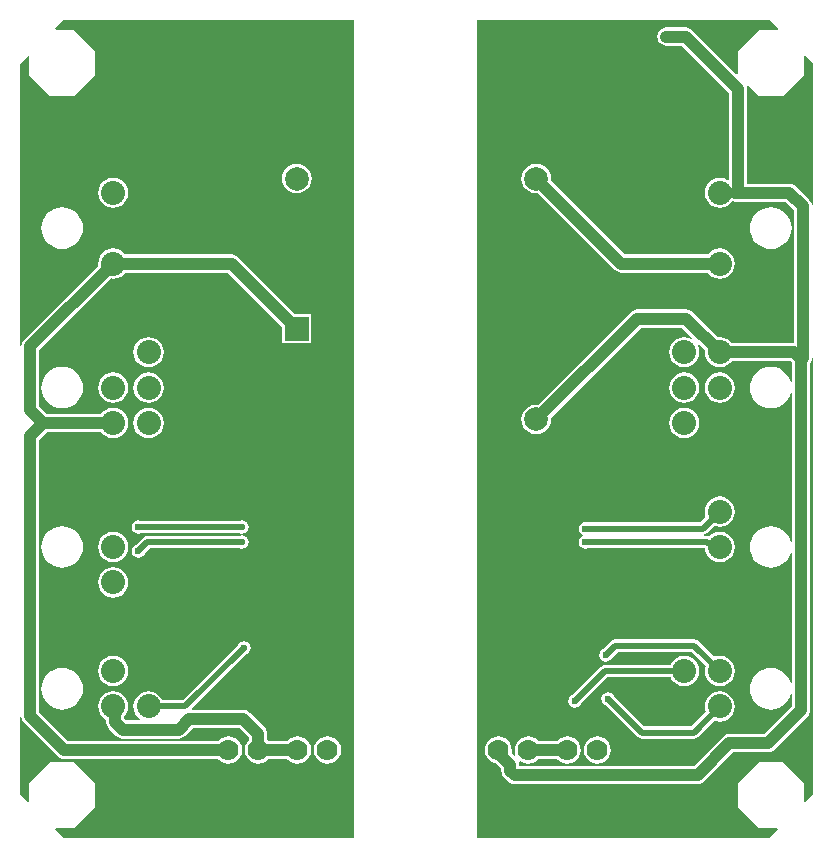
<source format=gbl>
G04*
G04 #@! TF.GenerationSoftware,Altium Limited,Altium Designer,20.1.12 (249)*
G04*
G04 Layer_Physical_Order=2*
G04 Layer_Color=16711680*
%FSLAX25Y25*%
%MOIN*%
G70*
G04*
G04 #@! TF.SameCoordinates,187957CB-44C1-49C2-83CB-A2E739709334*
G04*
G04*
G04 #@! TF.FilePolarity,Positive*
G04*
G01*
G75*
%ADD47C,0.02000*%
%ADD48C,0.04000*%
%ADD49C,0.07000*%
%ADD50C,0.07874*%
%ADD51R,0.07874X0.07874*%
%ADD52C,0.08000*%
%ADD53C,0.02362*%
G36*
X514282Y464218D02*
X514091Y463756D01*
X507811D01*
X500811Y456756D01*
Y452756D01*
Y449175D01*
X500311Y448968D01*
X485640Y463640D01*
X485013Y464120D01*
X484283Y464423D01*
X483500Y464526D01*
X477000D01*
X476217Y464423D01*
X475487Y464120D01*
X474860Y463640D01*
X474379Y463013D01*
X474077Y462283D01*
X473974Y461500D01*
X474077Y460717D01*
X474379Y459987D01*
X474860Y459360D01*
X475487Y458880D01*
X476217Y458577D01*
X477000Y458474D01*
X482247D01*
X497974Y442747D01*
Y413883D01*
X497526Y413662D01*
X497325Y413816D01*
X496108Y414320D01*
X494803Y414492D01*
X493498Y414320D01*
X492282Y413816D01*
X491237Y413015D01*
X490436Y411970D01*
X489932Y410754D01*
X489760Y409449D01*
X489932Y408144D01*
X490436Y406927D01*
X491237Y405883D01*
X492282Y405081D01*
X493498Y404577D01*
X494803Y404406D01*
X496108Y404577D01*
X497325Y405081D01*
X498369Y405883D01*
X498911Y406589D01*
X499063Y406526D01*
X499846Y406423D01*
X516798D01*
X519474Y403747D01*
Y359325D01*
X498792D01*
X498377Y359865D01*
X497333Y360667D01*
X496116Y361171D01*
X494811Y361342D01*
X494136Y361253D01*
X485750Y369640D01*
X485123Y370121D01*
X484393Y370423D01*
X483610Y370526D01*
X467303D01*
X466520Y370423D01*
X465790Y370121D01*
X465164Y369640D01*
X434280Y338756D01*
X433661Y338838D01*
X432373Y338668D01*
X431172Y338171D01*
X430140Y337379D01*
X429349Y336348D01*
X428852Y335147D01*
X428682Y333858D01*
X428852Y332570D01*
X429349Y331368D01*
X430140Y330337D01*
X431172Y329546D01*
X432373Y329048D01*
X433661Y328879D01*
X434950Y329048D01*
X436151Y329546D01*
X437183Y330337D01*
X437974Y331368D01*
X438471Y332570D01*
X438641Y333858D01*
X438560Y334477D01*
X468556Y364474D01*
X482357D01*
X485700Y361130D01*
X485417Y360707D01*
X484297Y361171D01*
X482992Y361342D01*
X481687Y361171D01*
X480471Y360667D01*
X479426Y359865D01*
X478625Y358821D01*
X478121Y357605D01*
X477949Y356299D01*
X478121Y354994D01*
X478625Y353778D01*
X479426Y352733D01*
X480471Y351932D01*
X481687Y351428D01*
X482992Y351256D01*
X484297Y351428D01*
X485514Y351932D01*
X486558Y352733D01*
X487360Y353778D01*
X487863Y354994D01*
X488035Y356299D01*
X487863Y357605D01*
X487400Y358724D01*
X487823Y359008D01*
X489857Y356974D01*
X489768Y356299D01*
X489940Y354994D01*
X490444Y353778D01*
X491245Y352733D01*
X492289Y351932D01*
X493506Y351428D01*
X494811Y351256D01*
X496116Y351428D01*
X497333Y351932D01*
X498377Y352733D01*
X498792Y353273D01*
X518403D01*
X518974Y352703D01*
Y346386D01*
X518474Y346312D01*
X518222Y347144D01*
X517581Y348343D01*
X516718Y349395D01*
X515666Y350258D01*
X514466Y350899D01*
X513165Y351294D01*
X511811Y351427D01*
X510457Y351294D01*
X509156Y350899D01*
X507956Y350258D01*
X506905Y349395D01*
X506041Y348343D01*
X505400Y347144D01*
X505005Y345842D01*
X504872Y344488D01*
X505005Y343134D01*
X505400Y341833D01*
X506041Y340633D01*
X506905Y339582D01*
X507956Y338719D01*
X509156Y338077D01*
X510457Y337683D01*
X511811Y337549D01*
X513165Y337683D01*
X514466Y338077D01*
X515666Y338719D01*
X516718Y339582D01*
X517581Y340633D01*
X518222Y341833D01*
X518474Y342665D01*
X518974Y342590D01*
Y293236D01*
X518474Y293162D01*
X518222Y293994D01*
X517581Y295194D01*
X516718Y296245D01*
X515666Y297108D01*
X514466Y297749D01*
X513165Y298144D01*
X511811Y298277D01*
X510457Y298144D01*
X509156Y297749D01*
X507956Y297108D01*
X506905Y296245D01*
X506041Y295194D01*
X505400Y293994D01*
X505005Y292692D01*
X504872Y291339D01*
X505005Y289985D01*
X505400Y288683D01*
X506041Y287484D01*
X506905Y286432D01*
X507956Y285569D01*
X509156Y284928D01*
X510457Y284533D01*
X511811Y284400D01*
X513165Y284533D01*
X514466Y284928D01*
X515666Y285569D01*
X516718Y286432D01*
X517581Y287484D01*
X518222Y288683D01*
X518474Y289515D01*
X518974Y289441D01*
Y245992D01*
X518474Y245918D01*
X518222Y246750D01*
X517581Y247950D01*
X516718Y249001D01*
X515666Y249864D01*
X514466Y250505D01*
X513165Y250900D01*
X511811Y251033D01*
X510457Y250900D01*
X509156Y250505D01*
X507956Y249864D01*
X506905Y249001D01*
X506041Y247950D01*
X505400Y246750D01*
X505005Y245448D01*
X504872Y244094D01*
X505005Y242741D01*
X505400Y241439D01*
X506041Y240239D01*
X506905Y239188D01*
X507956Y238325D01*
X509156Y237684D01*
X510457Y237289D01*
X511811Y237156D01*
X513165Y237289D01*
X514466Y237684D01*
X515666Y238325D01*
X516718Y239188D01*
X517581Y240239D01*
X518222Y241439D01*
X518474Y242271D01*
X518974Y242197D01*
Y238253D01*
X509747Y229026D01*
X498000D01*
X498000Y229026D01*
X497217Y228923D01*
X496487Y228621D01*
X495860Y228140D01*
X486171Y218450D01*
X428026D01*
Y218850D01*
X427923Y219633D01*
X427870Y219761D01*
X428280Y220076D01*
X428731Y219731D01*
X429825Y219277D01*
X431000Y219123D01*
X432175Y219277D01*
X433269Y219731D01*
X434209Y220452D01*
X434350Y220636D01*
X440650D01*
X440791Y220452D01*
X441731Y219731D01*
X442825Y219277D01*
X444000Y219123D01*
X445175Y219277D01*
X446269Y219731D01*
X447209Y220452D01*
X447931Y221392D01*
X448384Y222487D01*
X448539Y223661D01*
X448384Y224836D01*
X447931Y225931D01*
X447209Y226871D01*
X446269Y227592D01*
X445175Y228046D01*
X444000Y228200D01*
X442825Y228046D01*
X441731Y227592D01*
X440791Y226871D01*
X440650Y226687D01*
X434350D01*
X434209Y226871D01*
X433269Y227592D01*
X432175Y228046D01*
X431000Y228200D01*
X429825Y228046D01*
X428731Y227592D01*
X427791Y226871D01*
X427069Y225931D01*
X426616Y224836D01*
X426461Y223661D01*
X426616Y222487D01*
X426804Y222032D01*
X426380Y221748D01*
X425414Y222715D01*
X425539Y223661D01*
X425384Y224836D01*
X424931Y225931D01*
X424209Y226871D01*
X423269Y227592D01*
X422175Y228046D01*
X421000Y228200D01*
X419825Y228046D01*
X418731Y227592D01*
X417791Y226871D01*
X417069Y225931D01*
X416616Y224836D01*
X416461Y223661D01*
X416616Y222487D01*
X417069Y221392D01*
X417791Y220452D01*
X418731Y219731D01*
X419825Y219277D01*
X420364Y219206D01*
X421974Y217596D01*
Y216843D01*
X422077Y216060D01*
X422379Y215330D01*
X422860Y214703D01*
X424279Y213285D01*
X424279Y213285D01*
X424906Y212804D01*
X425636Y212502D01*
X426419Y212399D01*
X426419Y212399D01*
X487424D01*
X488207Y212502D01*
X488937Y212804D01*
X489564Y213285D01*
X499253Y222974D01*
X511000D01*
X511783Y223077D01*
X512513Y223379D01*
X513140Y223860D01*
X524140Y234860D01*
X524620Y235487D01*
X524923Y236217D01*
X525026Y237000D01*
Y352820D01*
X525120Y352943D01*
X525423Y353673D01*
X525500Y354259D01*
X526000Y354227D01*
Y209000D01*
X523273Y206273D01*
X522811Y206464D01*
Y208661D01*
Y212661D01*
X515811Y219661D01*
X507811D01*
X500811Y212661D01*
Y208661D01*
Y204661D01*
X507811Y197661D01*
X514008D01*
X514199Y197199D01*
X511500Y194500D01*
X414000D01*
Y467000D01*
X511500D01*
X514282Y464218D01*
D02*
G37*
G36*
X526000Y452500D02*
Y405229D01*
X525500Y405197D01*
X525423Y405783D01*
X525120Y406513D01*
X524640Y407140D01*
X520191Y411588D01*
X519564Y412069D01*
X518834Y412372D01*
X518051Y412475D01*
X504026D01*
Y444000D01*
X504026Y444000D01*
X503923Y444783D01*
X503814Y445046D01*
X504238Y445329D01*
X507811Y441756D01*
X515811D01*
X522811Y448756D01*
Y452756D01*
Y455036D01*
X523273Y455227D01*
X526000Y452500D01*
D02*
G37*
G36*
X373000Y194500D02*
X276000D01*
X273301Y197199D01*
X273492Y197661D01*
X279591D01*
X286591Y204661D01*
Y208661D01*
Y212661D01*
X279591Y219661D01*
X271590D01*
X264591Y212661D01*
Y208661D01*
Y206563D01*
X264129Y206371D01*
X261500Y209000D01*
Y234771D01*
X262000Y234803D01*
X262077Y234217D01*
X262380Y233487D01*
X262860Y232860D01*
X274183Y221537D01*
X274810Y221057D01*
X275540Y220754D01*
X276323Y220651D01*
X327665D01*
X327806Y220468D01*
X328746Y219746D01*
X329841Y219293D01*
X331016Y219138D01*
X332190Y219293D01*
X333285Y219746D01*
X334225Y220468D01*
X334946Y221408D01*
X335400Y222502D01*
X335555Y223677D01*
X335400Y224852D01*
X334946Y225947D01*
X334225Y226887D01*
X333285Y227608D01*
X332190Y228061D01*
X331016Y228216D01*
X329841Y228061D01*
X328746Y227608D01*
X327806Y226887D01*
X327665Y226703D01*
X277576D01*
X268026Y236253D01*
Y327101D01*
X270576Y329651D01*
X288610D01*
X289024Y329111D01*
X290069Y328310D01*
X291285Y327806D01*
X292590Y327634D01*
X293896Y327806D01*
X295112Y328310D01*
X296157Y329111D01*
X296958Y330156D01*
X297462Y331372D01*
X297634Y332677D01*
X297462Y333982D01*
X296958Y335199D01*
X296157Y336243D01*
X295112Y337045D01*
X293896Y337548D01*
X292590Y337720D01*
X291285Y337548D01*
X290069Y337045D01*
X289024Y336243D01*
X288610Y335703D01*
X270576D01*
X268026Y338253D01*
Y356975D01*
X291923Y380873D01*
X292598Y380784D01*
X293904Y380956D01*
X295120Y381459D01*
X296164Y382261D01*
X296579Y382801D01*
X330833D01*
X348803Y364831D01*
Y359236D01*
X358677D01*
Y369110D01*
X353082D01*
X334226Y387966D01*
X333600Y388447D01*
X332870Y388750D01*
X332087Y388853D01*
X296579D01*
X296164Y389393D01*
X295120Y390194D01*
X293904Y390698D01*
X292598Y390870D01*
X291293Y390698D01*
X290077Y390194D01*
X289032Y389393D01*
X288231Y388348D01*
X287727Y387132D01*
X287555Y385827D01*
X287644Y385152D01*
X262860Y360368D01*
X262380Y359741D01*
X262077Y359012D01*
X262000Y358425D01*
X261500Y358458D01*
Y452500D01*
X264129Y455129D01*
X264591Y454937D01*
Y452756D01*
Y448756D01*
X271590Y441756D01*
X279591D01*
X286591Y448756D01*
Y452756D01*
Y456756D01*
X279591Y463756D01*
X273409D01*
X273218Y464218D01*
X276000Y467000D01*
X373000D01*
Y194500D01*
D02*
G37*
%LPC*%
G36*
X511811Y404577D02*
X510457Y404443D01*
X509156Y404048D01*
X507956Y403407D01*
X506905Y402544D01*
X506041Y401493D01*
X505400Y400293D01*
X505005Y398991D01*
X504872Y397638D01*
X505005Y396284D01*
X505400Y394982D01*
X506041Y393783D01*
X506905Y392731D01*
X507956Y391868D01*
X509156Y391227D01*
X510457Y390832D01*
X511811Y390699D01*
X513165Y390832D01*
X514466Y391227D01*
X515666Y391868D01*
X516718Y392731D01*
X517581Y393783D01*
X518222Y394982D01*
X518617Y396284D01*
X518750Y397638D01*
X518617Y398991D01*
X518222Y400293D01*
X517581Y401493D01*
X516718Y402544D01*
X515666Y403407D01*
X514466Y404048D01*
X513165Y404443D01*
X511811Y404577D01*
D02*
G37*
G36*
X433661Y419153D02*
X432373Y418983D01*
X431172Y418486D01*
X430140Y417694D01*
X429349Y416663D01*
X428852Y415462D01*
X428682Y414173D01*
X428852Y412884D01*
X429349Y411683D01*
X430140Y410652D01*
X431172Y409861D01*
X432373Y409363D01*
X433661Y409194D01*
X434280Y409275D01*
X459868Y383687D01*
X459868Y383687D01*
X460495Y383206D01*
X461225Y382904D01*
X462008Y382801D01*
X490823D01*
X491237Y382261D01*
X492282Y381459D01*
X493498Y380956D01*
X494803Y380784D01*
X496108Y380956D01*
X497325Y381459D01*
X498369Y382261D01*
X499171Y383305D01*
X499674Y384522D01*
X499846Y385827D01*
X499674Y387132D01*
X499171Y388348D01*
X498369Y389393D01*
X497325Y390194D01*
X496108Y390698D01*
X494803Y390870D01*
X493498Y390698D01*
X492282Y390194D01*
X491237Y389393D01*
X490823Y388853D01*
X463261D01*
X438560Y413554D01*
X438641Y414173D01*
X438471Y415462D01*
X437974Y416663D01*
X437183Y417694D01*
X436151Y418486D01*
X434950Y418983D01*
X433661Y419153D01*
D02*
G37*
G36*
X494811Y349531D02*
X493506Y349359D01*
X492289Y348856D01*
X491245Y348054D01*
X490444Y347010D01*
X489940Y345793D01*
X489768Y344488D01*
X489940Y343183D01*
X490444Y341967D01*
X491245Y340922D01*
X492289Y340121D01*
X493506Y339617D01*
X494811Y339445D01*
X496116Y339617D01*
X497333Y340121D01*
X498377Y340922D01*
X499179Y341967D01*
X499682Y343183D01*
X499854Y344488D01*
X499682Y345793D01*
X499179Y347010D01*
X498377Y348054D01*
X497333Y348856D01*
X496116Y349359D01*
X494811Y349531D01*
D02*
G37*
G36*
X482992D02*
X481687Y349359D01*
X480471Y348856D01*
X479426Y348054D01*
X478625Y347010D01*
X478121Y345793D01*
X477949Y344488D01*
X478121Y343183D01*
X478625Y341967D01*
X479426Y340922D01*
X480471Y340121D01*
X481687Y339617D01*
X482992Y339445D01*
X484297Y339617D01*
X485514Y340121D01*
X486558Y340922D01*
X487360Y341967D01*
X487863Y343183D01*
X488035Y344488D01*
X487863Y345793D01*
X487360Y347010D01*
X486558Y348054D01*
X485514Y348856D01*
X484297Y349359D01*
X482992Y349531D01*
D02*
G37*
G36*
Y337720D02*
X481687Y337548D01*
X480471Y337045D01*
X479426Y336243D01*
X478625Y335199D01*
X478121Y333982D01*
X477949Y332677D01*
X478121Y331372D01*
X478625Y330156D01*
X479426Y329111D01*
X480471Y328310D01*
X481687Y327806D01*
X482992Y327634D01*
X484297Y327806D01*
X485514Y328310D01*
X486558Y329111D01*
X487360Y330156D01*
X487863Y331372D01*
X488035Y332677D01*
X487863Y333982D01*
X487360Y335199D01*
X486558Y336243D01*
X485514Y337045D01*
X484297Y337548D01*
X482992Y337720D01*
D02*
G37*
G36*
X494803Y308193D02*
X493498Y308021D01*
X492282Y307517D01*
X491237Y306716D01*
X490436Y305671D01*
X489932Y304455D01*
X489760Y303150D01*
X489932Y301844D01*
X490132Y301362D01*
X488309Y299539D01*
X450874D01*
X450851Y299555D01*
X450000Y299724D01*
X449149Y299555D01*
X448427Y299073D01*
X447945Y298351D01*
X447776Y297500D01*
X447945Y296649D01*
X448427Y295928D01*
X449026Y295528D01*
X449057Y295409D01*
Y295091D01*
X449026Y294972D01*
X448427Y294572D01*
X447945Y293851D01*
X447776Y293000D01*
X447945Y292149D01*
X448427Y291427D01*
X449149Y290945D01*
X450000Y290776D01*
X450851Y290945D01*
X450874Y290961D01*
X489810D01*
X489932Y290033D01*
X490436Y288817D01*
X491237Y287772D01*
X492282Y286971D01*
X493498Y286467D01*
X494803Y286295D01*
X496108Y286467D01*
X497325Y286971D01*
X498369Y287772D01*
X499171Y288817D01*
X499674Y290033D01*
X499846Y291339D01*
X499674Y292644D01*
X499171Y293860D01*
X498369Y294905D01*
X497325Y295706D01*
X496108Y296210D01*
X494803Y296382D01*
X493498Y296210D01*
X492282Y295706D01*
X491252Y294916D01*
X490632Y295039D01*
X489597D01*
X489547Y295539D01*
X489934Y295616D01*
X490595Y296058D01*
X493015Y298478D01*
X493498Y298278D01*
X494803Y298107D01*
X496108Y298278D01*
X497325Y298782D01*
X498369Y299584D01*
X499171Y300628D01*
X499674Y301844D01*
X499846Y303150D01*
X499674Y304455D01*
X499171Y305671D01*
X498369Y306716D01*
X497325Y307517D01*
X496108Y308021D01*
X494803Y308193D01*
D02*
G37*
G36*
X482992Y255043D02*
X481687Y254871D01*
X480471Y254367D01*
X479426Y253566D01*
X478625Y252522D01*
X478425Y252039D01*
X456500D01*
X456500Y252039D01*
X455720Y251884D01*
X455058Y251442D01*
X455058Y251442D01*
X445676Y242060D01*
X445649Y242055D01*
X444928Y241572D01*
X444445Y240851D01*
X444276Y240000D01*
X444445Y239149D01*
X444928Y238427D01*
X445649Y237945D01*
X446500Y237776D01*
X447351Y237945D01*
X448072Y238427D01*
X448555Y239149D01*
X448560Y239176D01*
X457345Y247961D01*
X478425D01*
X478625Y247478D01*
X479426Y246434D01*
X480471Y245633D01*
X481687Y245129D01*
X482992Y244957D01*
X484297Y245129D01*
X485514Y245633D01*
X486558Y246434D01*
X487360Y247478D01*
X487863Y248695D01*
X488035Y250000D01*
X487863Y251305D01*
X487360Y252522D01*
X486558Y253566D01*
X485514Y254367D01*
X484297Y254871D01*
X482992Y255043D01*
D02*
G37*
G36*
X486311Y260539D02*
X460000D01*
X459220Y260384D01*
X458558Y259942D01*
X455988Y257372D01*
X455961Y257366D01*
X455239Y256884D01*
X454757Y256163D01*
X454588Y255312D01*
X454757Y254461D01*
X455239Y253739D01*
X455961Y253257D01*
X456812Y253088D01*
X457663Y253257D01*
X458384Y253739D01*
X458866Y254461D01*
X458872Y254488D01*
X460845Y256461D01*
X485466D01*
X490139Y251788D01*
X489940Y251305D01*
X489768Y250000D01*
X489940Y248695D01*
X490444Y247478D01*
X491245Y246434D01*
X492289Y245633D01*
X493506Y245129D01*
X494811Y244957D01*
X496116Y245129D01*
X497333Y245633D01*
X498377Y246434D01*
X499179Y247478D01*
X499682Y248695D01*
X499854Y250000D01*
X499682Y251305D01*
X499179Y252522D01*
X498377Y253566D01*
X497333Y254367D01*
X496116Y254871D01*
X494811Y255043D01*
X493506Y254871D01*
X493023Y254672D01*
X487753Y259942D01*
X487091Y260384D01*
X486311Y260539D01*
D02*
G37*
G36*
X494811Y243232D02*
X493506Y243060D01*
X492289Y242557D01*
X491245Y241755D01*
X490444Y240711D01*
X489940Y239494D01*
X489768Y238189D01*
X489940Y236884D01*
X490139Y236401D01*
X485277Y231539D01*
X469683D01*
X459665Y241558D01*
X459659Y241585D01*
X459177Y242306D01*
X458456Y242788D01*
X457605Y242958D01*
X456754Y242788D01*
X456032Y242306D01*
X455550Y241585D01*
X455381Y240734D01*
X455550Y239883D01*
X456032Y239161D01*
X456754Y238679D01*
X456781Y238674D01*
X467397Y228058D01*
X468058Y227616D01*
X468839Y227461D01*
X486122D01*
X486902Y227616D01*
X487564Y228058D01*
X493023Y233518D01*
X493506Y233318D01*
X494811Y233146D01*
X496116Y233318D01*
X497333Y233822D01*
X498377Y234623D01*
X499179Y235667D01*
X499682Y236884D01*
X499854Y238189D01*
X499682Y239494D01*
X499179Y240711D01*
X498377Y241755D01*
X497333Y242557D01*
X496116Y243060D01*
X494811Y243232D01*
D02*
G37*
G36*
X454000Y228200D02*
X452825Y228046D01*
X451731Y227592D01*
X450791Y226871D01*
X450069Y225931D01*
X449616Y224836D01*
X449461Y223661D01*
X449616Y222487D01*
X450069Y221392D01*
X450791Y220452D01*
X451731Y219731D01*
X452825Y219277D01*
X454000Y219123D01*
X455175Y219277D01*
X456269Y219731D01*
X457209Y220452D01*
X457931Y221392D01*
X458384Y222487D01*
X458539Y223661D01*
X458384Y224836D01*
X457931Y225931D01*
X457209Y226871D01*
X456269Y227592D01*
X455175Y228046D01*
X454000Y228200D01*
D02*
G37*
G36*
X353740Y419153D02*
X352451Y418983D01*
X351250Y418486D01*
X350219Y417694D01*
X349428Y416663D01*
X348930Y415462D01*
X348761Y414173D01*
X348930Y412884D01*
X349428Y411683D01*
X350219Y410652D01*
X351250Y409861D01*
X352451Y409363D01*
X353740Y409194D01*
X355029Y409363D01*
X356230Y409861D01*
X357261Y410652D01*
X358053Y411683D01*
X358550Y412884D01*
X358720Y414173D01*
X358550Y415462D01*
X358053Y416663D01*
X357261Y417694D01*
X356230Y418486D01*
X355029Y418983D01*
X353740Y419153D01*
D02*
G37*
G36*
X292598Y414492D02*
X291293Y414320D01*
X290077Y413816D01*
X289032Y413015D01*
X288231Y411970D01*
X287727Y410754D01*
X287555Y409449D01*
X287727Y408144D01*
X288231Y406927D01*
X289032Y405883D01*
X290077Y405081D01*
X291293Y404577D01*
X292598Y404406D01*
X293904Y404577D01*
X295120Y405081D01*
X296164Y405883D01*
X296966Y406927D01*
X297470Y408144D01*
X297642Y409449D01*
X297470Y410754D01*
X296966Y411970D01*
X296164Y413015D01*
X295120Y413816D01*
X293904Y414320D01*
X292598Y414492D01*
D02*
G37*
G36*
X275590Y404577D02*
X274237Y404443D01*
X272935Y404048D01*
X271736Y403407D01*
X270684Y402544D01*
X269821Y401493D01*
X269180Y400293D01*
X268785Y398991D01*
X268652Y397638D01*
X268785Y396284D01*
X269180Y394982D01*
X269821Y393783D01*
X270684Y392731D01*
X271736Y391868D01*
X272935Y391227D01*
X274237Y390832D01*
X275590Y390699D01*
X276944Y390832D01*
X278246Y391227D01*
X279446Y391868D01*
X280497Y392731D01*
X281360Y393783D01*
X282001Y394982D01*
X282396Y396284D01*
X282529Y397638D01*
X282396Y398991D01*
X282001Y400293D01*
X281360Y401493D01*
X280497Y402544D01*
X279446Y403407D01*
X278246Y404048D01*
X276944Y404443D01*
X275590Y404577D01*
D02*
G37*
G36*
X304410Y361342D02*
X303104Y361171D01*
X301888Y360667D01*
X300843Y359865D01*
X300042Y358821D01*
X299538Y357605D01*
X299366Y356299D01*
X299538Y354994D01*
X300042Y353778D01*
X300843Y352733D01*
X301888Y351932D01*
X303104Y351428D01*
X304410Y351256D01*
X305715Y351428D01*
X306931Y351932D01*
X307976Y352733D01*
X308777Y353778D01*
X309281Y354994D01*
X309453Y356299D01*
X309281Y357605D01*
X308777Y358821D01*
X307976Y359865D01*
X306931Y360667D01*
X305715Y361171D01*
X304410Y361342D01*
D02*
G37*
G36*
Y349531D02*
X303104Y349359D01*
X301888Y348856D01*
X300843Y348054D01*
X300042Y347010D01*
X299538Y345793D01*
X299366Y344488D01*
X299538Y343183D01*
X300042Y341967D01*
X300843Y340922D01*
X301888Y340121D01*
X303104Y339617D01*
X304410Y339445D01*
X305715Y339617D01*
X306931Y340121D01*
X307976Y340922D01*
X308777Y341967D01*
X309281Y343183D01*
X309453Y344488D01*
X309281Y345793D01*
X308777Y347010D01*
X307976Y348054D01*
X306931Y348856D01*
X305715Y349359D01*
X304410Y349531D01*
D02*
G37*
G36*
X292590D02*
X291285Y349359D01*
X290069Y348856D01*
X289024Y348054D01*
X288223Y347010D01*
X287719Y345793D01*
X287547Y344488D01*
X287719Y343183D01*
X288223Y341967D01*
X289024Y340922D01*
X290069Y340121D01*
X291285Y339617D01*
X292590Y339445D01*
X293896Y339617D01*
X295112Y340121D01*
X296157Y340922D01*
X296958Y341967D01*
X297462Y343183D01*
X297634Y344488D01*
X297462Y345793D01*
X296958Y347010D01*
X296157Y348054D01*
X295112Y348856D01*
X293896Y349359D01*
X292590Y349531D01*
D02*
G37*
G36*
X275590Y351427D02*
X274237Y351294D01*
X272935Y350899D01*
X271736Y350258D01*
X270684Y349395D01*
X269821Y348343D01*
X269180Y347144D01*
X268785Y345842D01*
X268652Y344488D01*
X268785Y343134D01*
X269180Y341833D01*
X269821Y340633D01*
X270684Y339582D01*
X271736Y338719D01*
X272935Y338077D01*
X274237Y337683D01*
X275590Y337549D01*
X276944Y337683D01*
X278246Y338077D01*
X279446Y338719D01*
X280497Y339582D01*
X281360Y340633D01*
X282001Y341833D01*
X282396Y343134D01*
X282529Y344488D01*
X282396Y345842D01*
X282001Y347144D01*
X281360Y348343D01*
X280497Y349395D01*
X279446Y350258D01*
X278246Y350899D01*
X276944Y351294D01*
X275590Y351427D01*
D02*
G37*
G36*
X304410Y337720D02*
X303104Y337548D01*
X301888Y337045D01*
X300843Y336243D01*
X300042Y335199D01*
X299538Y333982D01*
X299366Y332677D01*
X299538Y331372D01*
X300042Y330156D01*
X300843Y329111D01*
X301888Y328310D01*
X303104Y327806D01*
X304410Y327634D01*
X305715Y327806D01*
X306931Y328310D01*
X307976Y329111D01*
X308777Y330156D01*
X309281Y331372D01*
X309453Y332677D01*
X309281Y333982D01*
X308777Y335199D01*
X307976Y336243D01*
X306931Y337045D01*
X305715Y337548D01*
X304410Y337720D01*
D02*
G37*
G36*
X335500Y300224D02*
X334649Y300055D01*
X334626Y300039D01*
X301874D01*
X301851Y300055D01*
X301000Y300224D01*
X300149Y300055D01*
X299428Y299572D01*
X298945Y298851D01*
X298776Y298000D01*
X298945Y297149D01*
X299428Y296427D01*
X300149Y295945D01*
X301000Y295776D01*
X301851Y295945D01*
X301874Y295961D01*
X334626D01*
X334649Y295945D01*
X335500Y295776D01*
X336351Y295945D01*
X337072Y296427D01*
X337555Y297149D01*
X337724Y298000D01*
X337555Y298851D01*
X337072Y299572D01*
X336351Y300055D01*
X335500Y300224D01*
D02*
G37*
G36*
Y295224D02*
X334649Y295055D01*
X334626Y295039D01*
X304000D01*
X303220Y294884D01*
X302558Y294442D01*
X300176Y292060D01*
X300149Y292055D01*
X299428Y291572D01*
X298945Y290851D01*
X298776Y290000D01*
X298945Y289149D01*
X299428Y288427D01*
X300149Y287945D01*
X301000Y287776D01*
X301851Y287945D01*
X302572Y288427D01*
X303055Y289149D01*
X303060Y289176D01*
X304845Y290961D01*
X334626D01*
X334649Y290945D01*
X335500Y290776D01*
X336351Y290945D01*
X337072Y291427D01*
X337555Y292149D01*
X337724Y293000D01*
X337555Y293851D01*
X337072Y294572D01*
X336351Y295055D01*
X335500Y295224D01*
D02*
G37*
G36*
X292598Y296382D02*
X291293Y296210D01*
X290077Y295706D01*
X289032Y294905D01*
X288231Y293860D01*
X287727Y292644D01*
X287555Y291339D01*
X287727Y290033D01*
X288231Y288817D01*
X289032Y287772D01*
X290077Y286971D01*
X291293Y286467D01*
X292598Y286295D01*
X293904Y286467D01*
X295120Y286971D01*
X296164Y287772D01*
X296966Y288817D01*
X297470Y290033D01*
X297642Y291339D01*
X297470Y292644D01*
X296966Y293860D01*
X296164Y294905D01*
X295120Y295706D01*
X293904Y296210D01*
X292598Y296382D01*
D02*
G37*
G36*
X275590Y298277D02*
X274237Y298144D01*
X272935Y297749D01*
X271736Y297108D01*
X270684Y296245D01*
X269821Y295194D01*
X269180Y293994D01*
X268785Y292692D01*
X268652Y291339D01*
X268785Y289985D01*
X269180Y288683D01*
X269821Y287484D01*
X270684Y286432D01*
X271736Y285569D01*
X272935Y284928D01*
X274237Y284533D01*
X275590Y284400D01*
X276944Y284533D01*
X278246Y284928D01*
X279446Y285569D01*
X280497Y286432D01*
X281360Y287484D01*
X282001Y288683D01*
X282396Y289985D01*
X282529Y291339D01*
X282396Y292692D01*
X282001Y293994D01*
X281360Y295194D01*
X280497Y296245D01*
X279446Y297108D01*
X278246Y297749D01*
X276944Y298144D01*
X275590Y298277D01*
D02*
G37*
G36*
X292598Y284571D02*
X291293Y284399D01*
X290077Y283895D01*
X289032Y283094D01*
X288231Y282049D01*
X287727Y280833D01*
X287555Y279528D01*
X287727Y278222D01*
X288231Y277006D01*
X289032Y275961D01*
X290077Y275160D01*
X291293Y274656D01*
X292598Y274484D01*
X293904Y274656D01*
X295120Y275160D01*
X296164Y275961D01*
X296966Y277006D01*
X297470Y278222D01*
X297642Y279528D01*
X297470Y280833D01*
X296966Y282049D01*
X296164Y283094D01*
X295120Y283895D01*
X293904Y284399D01*
X292598Y284571D01*
D02*
G37*
G36*
X292590Y255043D02*
X291285Y254871D01*
X290069Y254367D01*
X289024Y253566D01*
X288223Y252522D01*
X287719Y251305D01*
X287547Y250000D01*
X287719Y248695D01*
X288223Y247478D01*
X289024Y246434D01*
X290069Y245633D01*
X291285Y245129D01*
X292590Y244957D01*
X293896Y245129D01*
X295112Y245633D01*
X296157Y246434D01*
X296958Y247478D01*
X297462Y248695D01*
X297634Y250000D01*
X297462Y251305D01*
X296958Y252522D01*
X296157Y253566D01*
X295112Y254367D01*
X293896Y254871D01*
X292590Y255043D01*
D02*
G37*
G36*
X336211Y259979D02*
X335361Y259809D01*
X334639Y259327D01*
X334157Y258606D01*
X334152Y258579D01*
X315801Y240228D01*
X308977D01*
X308777Y240711D01*
X307976Y241755D01*
X306931Y242557D01*
X305715Y243060D01*
X304410Y243232D01*
X303104Y243060D01*
X301888Y242557D01*
X300843Y241755D01*
X300042Y240711D01*
X299538Y239494D01*
X299366Y238189D01*
X299538Y236884D01*
X300042Y235667D01*
X300843Y234623D01*
X301622Y234026D01*
X301452Y233526D01*
X296983D01*
X296382Y234127D01*
Y234916D01*
X296958Y235667D01*
X297462Y236884D01*
X297634Y238189D01*
X297462Y239494D01*
X296958Y240711D01*
X296157Y241755D01*
X295112Y242557D01*
X293896Y243060D01*
X292590Y243232D01*
X291285Y243060D01*
X290069Y242557D01*
X289024Y241755D01*
X288223Y240711D01*
X287719Y239494D01*
X287547Y238189D01*
X287719Y236884D01*
X288223Y235667D01*
X289024Y234623D01*
X290069Y233822D01*
X290330Y233713D01*
Y232874D01*
X290433Y232091D01*
X290735Y231361D01*
X291216Y230734D01*
X293590Y228360D01*
X293590Y228360D01*
X294217Y227880D01*
X294947Y227577D01*
X295730Y227474D01*
X295730Y227474D01*
X314500D01*
X315283Y227577D01*
X316013Y227880D01*
X316640Y228360D01*
X319253Y230974D01*
X334747D01*
X337926Y227795D01*
Y226978D01*
X337806Y226887D01*
X337085Y225947D01*
X336632Y224852D01*
X336477Y223677D01*
X336632Y222502D01*
X337085Y221408D01*
X337806Y220468D01*
X338746Y219746D01*
X339841Y219293D01*
X341016Y219138D01*
X342191Y219293D01*
X343285Y219746D01*
X344225Y220468D01*
X344366Y220651D01*
X350665D01*
X350806Y220468D01*
X351746Y219746D01*
X352841Y219293D01*
X354016Y219138D01*
X355190Y219293D01*
X356285Y219746D01*
X357225Y220468D01*
X357946Y221408D01*
X358400Y222502D01*
X358555Y223677D01*
X358400Y224852D01*
X357946Y225947D01*
X357225Y226887D01*
X356285Y227608D01*
X355190Y228061D01*
X354016Y228216D01*
X352841Y228061D01*
X351746Y227608D01*
X350806Y226887D01*
X350665Y226703D01*
X344366D01*
X344225Y226887D01*
X343978Y227077D01*
Y229048D01*
X343875Y229831D01*
X343572Y230561D01*
X343091Y231188D01*
X343091Y231188D01*
X338140Y236140D01*
X337513Y236620D01*
X336783Y236923D01*
X336000Y237026D01*
X319020D01*
X318828Y237488D01*
X337035Y255695D01*
X337063Y255700D01*
X337784Y256182D01*
X338266Y256904D01*
X338435Y257755D01*
X338266Y258606D01*
X337784Y259327D01*
X337063Y259809D01*
X336211Y259979D01*
D02*
G37*
G36*
X275590Y251033D02*
X274237Y250900D01*
X272935Y250505D01*
X271736Y249864D01*
X270684Y249001D01*
X269821Y247950D01*
X269180Y246750D01*
X268785Y245448D01*
X268652Y244094D01*
X268785Y242741D01*
X269180Y241439D01*
X269821Y240239D01*
X270684Y239188D01*
X271736Y238325D01*
X272935Y237684D01*
X274237Y237289D01*
X275590Y237156D01*
X276944Y237289D01*
X278246Y237684D01*
X279446Y238325D01*
X280497Y239188D01*
X281360Y240239D01*
X282001Y241439D01*
X282396Y242741D01*
X282529Y244094D01*
X282396Y245448D01*
X282001Y246750D01*
X281360Y247950D01*
X280497Y249001D01*
X279446Y249864D01*
X278246Y250505D01*
X276944Y250900D01*
X275590Y251033D01*
D02*
G37*
G36*
X364016Y228216D02*
X362841Y228061D01*
X361746Y227608D01*
X360806Y226887D01*
X360085Y225947D01*
X359632Y224852D01*
X359477Y223677D01*
X359632Y222502D01*
X360085Y221408D01*
X360806Y220468D01*
X361746Y219746D01*
X362841Y219293D01*
X364016Y219138D01*
X365191Y219293D01*
X366285Y219746D01*
X367225Y220468D01*
X367947Y221408D01*
X368400Y222502D01*
X368555Y223677D01*
X368400Y224852D01*
X367947Y225947D01*
X367225Y226887D01*
X366285Y227608D01*
X365191Y228061D01*
X364016Y228216D01*
D02*
G37*
%LPD*%
D47*
X489153Y297500D02*
X494803Y303150D01*
X491145Y292487D02*
X493655D01*
X450000Y297500D02*
X489153D01*
X493655Y292487D02*
X494803Y291339D01*
X450000Y293000D02*
X490632D01*
X491145Y292487D01*
X456812Y255312D02*
X460000Y258500D01*
X486311D01*
X494811Y250000D01*
X457605Y240734D02*
X468839Y229500D01*
X486122D02*
X494811Y238189D01*
X468839Y229500D02*
X486122D01*
X456500Y250000D02*
X482992D01*
X446500Y240000D02*
X456500Y250000D01*
X506988Y415117D02*
Y423988D01*
X520500Y437500D01*
X316646Y238189D02*
X336211Y257755D01*
X304410Y238189D02*
X316646D01*
X304000Y293000D02*
X335500D01*
X301000Y290000D02*
X304000Y293000D01*
X301000Y298000D02*
X335500D01*
D48*
X433661Y414173D02*
X462008Y385827D01*
X494803D01*
X483610Y367500D02*
X494811Y356299D01*
X467303Y367500D02*
X483610D01*
X433661Y333858D02*
X467303Y367500D01*
X480000Y461500D02*
X483500D01*
X477000D02*
X480000D01*
X499846Y409449D02*
X518051D01*
X501000Y410603D02*
Y444000D01*
X499846Y409449D02*
X501000Y410603D01*
X483500Y461500D02*
X501000Y444000D01*
X522500Y354456D02*
Y405000D01*
X522000Y353956D02*
X522500Y354456D01*
X518051Y409449D02*
X522500Y405000D01*
X494811Y356299D02*
X519657D01*
X522000Y353956D01*
X511000Y226000D02*
X522000Y237000D01*
Y353956D01*
X487424Y215424D02*
X498000Y226000D01*
X511000D01*
X425000Y216843D02*
Y218850D01*
Y216843D02*
X426419Y215424D01*
X487424D01*
X421000Y222850D02*
Y223661D01*
Y222850D02*
X425000Y218850D01*
X431000Y223661D02*
X444000D01*
X341016Y223677D02*
X354016D01*
X340581D02*
X341016D01*
X314500Y230500D02*
X318000Y234000D01*
X295730Y230500D02*
X314500D01*
X292590Y238189D02*
X293356Y237424D01*
Y232874D02*
Y237424D01*
Y232874D02*
X295730Y230500D01*
X276323Y223677D02*
X331016D01*
X265000Y235000D02*
X276323Y223677D01*
X318000Y234000D02*
X336000D01*
X340952Y223741D02*
X341016Y223677D01*
X340952Y223741D02*
Y229048D01*
X336000Y234000D02*
X340952Y229048D01*
X265000Y235000D02*
Y328354D01*
X269323Y332677D01*
X265000Y358228D02*
X292598Y385827D01*
X265000Y337000D02*
Y358228D01*
X269323Y332677D02*
X292590D01*
X265000Y337000D02*
X269323Y332677D01*
X332087Y385827D02*
X353740Y364173D01*
X292598Y385827D02*
X332087D01*
D49*
X354016Y223677D02*
D03*
X364016D02*
D03*
X341016D02*
D03*
X331016D02*
D03*
X444000Y223661D02*
D03*
X454000D02*
D03*
X431000D02*
D03*
X421000D02*
D03*
D50*
X353740Y414173D02*
D03*
X433661D02*
D03*
Y374016D02*
D03*
Y333858D02*
D03*
X353740Y384252D02*
D03*
D51*
Y364173D02*
D03*
D52*
X292598Y279528D02*
D03*
Y291339D02*
D03*
Y303150D02*
D03*
X292590Y356299D02*
D03*
X304410D02*
D03*
Y344488D02*
D03*
Y332677D02*
D03*
X292590Y344488D02*
D03*
Y332677D02*
D03*
X494803Y385827D02*
D03*
Y397638D02*
D03*
Y409449D02*
D03*
X292598D02*
D03*
Y397638D02*
D03*
Y385827D02*
D03*
X494811Y356299D02*
D03*
Y344488D02*
D03*
X482992Y356299D02*
D03*
Y344488D02*
D03*
Y332677D02*
D03*
X494811D02*
D03*
X494803Y279528D02*
D03*
Y291339D02*
D03*
Y303150D02*
D03*
X494811Y250000D02*
D03*
Y238189D02*
D03*
X482992Y250000D02*
D03*
Y238189D02*
D03*
X292590D02*
D03*
Y250000D02*
D03*
X304410Y238189D02*
D03*
Y250000D02*
D03*
D53*
X469500Y302000D02*
D03*
X315500Y303000D02*
D03*
X420000Y464000D02*
D03*
Y452000D02*
D03*
X456812Y255312D02*
D03*
X457605Y240734D02*
D03*
X446500Y240000D02*
D03*
X416876Y266376D02*
D03*
X428783Y255376D02*
D03*
X425281Y240932D02*
D03*
X506988Y415117D02*
D03*
X480000Y461500D02*
D03*
X477000D02*
D03*
X420000Y437000D02*
D03*
X447000Y426500D02*
D03*
X495500Y440500D02*
D03*
X520500Y437500D02*
D03*
X481875Y456019D02*
D03*
X450000Y293000D02*
D03*
Y297500D02*
D03*
X426500Y317000D02*
D03*
X449000Y302500D02*
D03*
X428000Y298000D02*
D03*
X356697Y243803D02*
D03*
X336211Y257755D02*
D03*
X361500Y253000D02*
D03*
X359000Y263000D02*
D03*
X370624Y266376D02*
D03*
X335521Y287753D02*
D03*
X301000Y290000D02*
D03*
X335500Y293000D02*
D03*
X301000Y298000D02*
D03*
X335500D02*
D03*
X359000Y292500D02*
D03*
X364437Y316500D02*
D03*
X316828Y417029D02*
D03*
X266500Y436500D02*
D03*
X306000Y453500D02*
D03*
X360138Y456298D02*
D03*
X358000Y458500D02*
D03*
X352500Y460500D02*
D03*
X356000D02*
D03*
M02*

</source>
